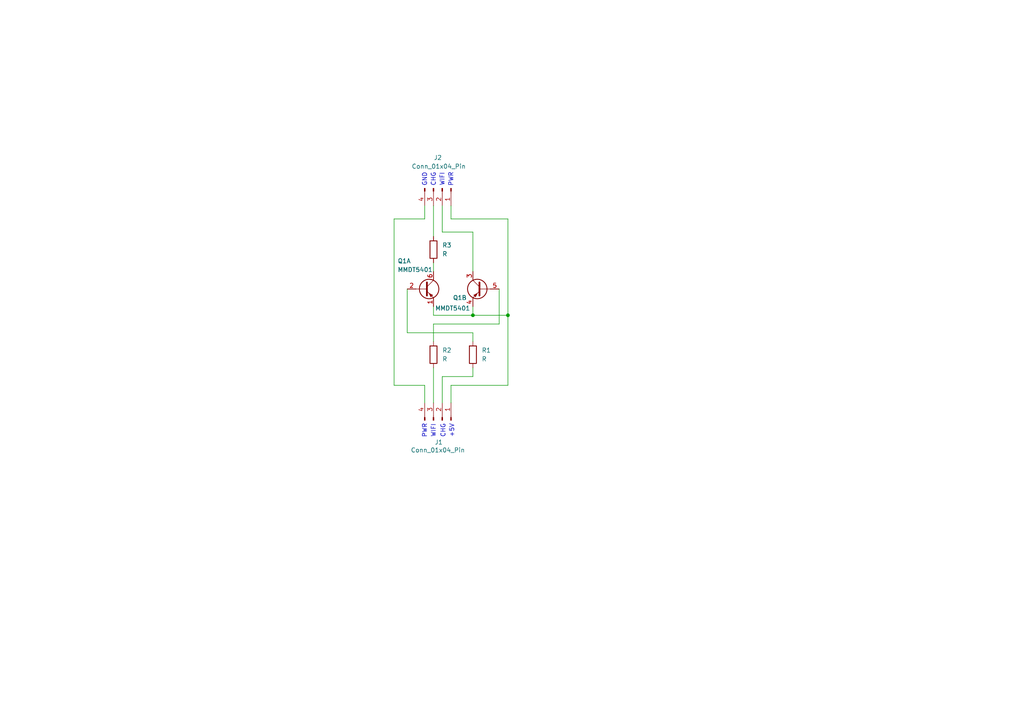
<source format=kicad_sch>
(kicad_sch (version 20231120) (generator "eeschema") (generator_version "8.0")
  (paper "A4")
  (lib_symbols
    (symbol "Connector:Conn_01x04_Pin" (pin_names (offset 1.016) hide)
      (property "Reference" "J" (at 0 5.08 0))
      (property "Value" "Conn_01x04_Pin" (at 0 -7.62 0))
      (symbol "Conn_01x04_Pin_1_1"
        (polyline (pts (xy 1.27 -5.08) (xy 0.8636 -5.08)) (stroke (width 0.1524)))
        (polyline (pts (xy 1.27 -2.54) (xy 0.8636 -2.54)) (stroke (width 0.1524)))
        (polyline (pts (xy 1.27 0) (xy 0.8636 0)) (stroke (width 0.1524)))
        (polyline (pts (xy 1.27 2.54) (xy 0.8636 2.54)) (stroke (width 0.1524)))
        (rectangle (start 0.8636 -4.953) (end 0 -5.207) (stroke (width 0.1524)) (fill (type outline)))
        (rectangle (start 0.8636 -2.413) (end 0 -2.667) (stroke (width 0.1524)) (fill (type outline)))
        (rectangle (start 0.8636 0.127) (end 0 -0.127) (stroke (width 0.1524)) (fill (type outline)))
        (rectangle (start 0.8636 2.667) (end 0 2.413) (stroke (width 0.1524)) (fill (type outline)))
        (pin passive line (at 5.08 2.54 180) (length 3.81) (name "Pin_1") (number "1"))
        (pin passive line (at 5.08 0 180) (length 3.81) (name "Pin_2") (number "2"))
        (pin passive line (at 5.08 -2.54 180) (length 3.81) (name "Pin_3") (number "3"))
        (pin passive line (at 5.08 -5.08 180) (length 3.81) (name "Pin_4") (number "4"))
      )
    )
    (symbol "Device:R" (pin_numbers hide) (pin_names (offset 0))
      (property "Reference" "R" (at 2.032 0 90))
      (property "Value" "R" (at 0 0 90))
      (symbol "R_0_1"
        (rectangle (start -1.016 -2.54) (end 1.016 2.54) (stroke (width 0.254)))
      )
      (symbol "R_1_1"
        (pin passive line (at 0 3.81 270) (length 1.27) (name "~") (number "1"))
        (pin passive line (at 0 -3.81 90) (length 1.27) (name "~") (number "2"))
      )
    )
    (symbol "Transistor_BJT:MMDT5401" (pin_names (offset 0) hide)
      (property "Reference" "Q" (at 5.08 1.27 0))
      (property "Value" "MMDT5401" (at 5.08 -1.27 0))
      (symbol "MMDT5401_0_1"
        (polyline (pts (xy 0.635 0) (xy -2.54 0)))
        (polyline (pts (xy 0.635 0.635) (xy 2.54 2.54)))
        (polyline (pts (xy 0.635 -0.635) (xy 2.54 -2.54) (xy 2.54 -2.54)))
        (polyline (pts (xy 0.635 1.905) (xy 0.635 -1.905) (xy 0.635 -1.905)) (stroke (width 0.508)))
        (polyline (pts (xy 2.286 -1.778) (xy 1.778 -2.286) (xy 1.27 -1.27) (xy 2.286 -1.778) (xy 2.286 -1.778)) (fill (type outline)))
        (circle (center 1.27 0) (radius 2.8194) (stroke (width 0.254)))
      )
      (symbol "MMDT5401_1_1"
        (pin passive line (at 2.54 -5.08 90) (length 2.54) (name "E1") (number "1"))
        (pin input line (at -5.08 0 0) (length 2.54) (name "B1") (number "2"))
        (pin passive line (at 2.54 5.08 270) (length 2.54) (name "C1") (number "6"))
      )
      (symbol "MMDT5401_2_1"
        (pin passive line (at 2.54 5.08 270) (length 2.54) (name "C2") (number "3"))
        (pin passive line (at 2.54 -5.08 90) (length 2.54) (name "E2") (number "4"))
        (pin input line (at -5.08 0 0) (length 2.54) (name "B2") (number "5"))
      )
    )
  )
  (junction (at 147.32 91.44))
  (junction (at 137.16 91.44))
  (wire (pts (xy 130.81 116.84) (xy 130.81 111.76)))
  (wire (pts (xy 125.73 59.69) (xy 125.73 68.58)))
  (wire (pts (xy 147.32 91.44) (xy 147.32 63.5)))
  (wire (pts (xy 144.78 83.82) (xy 144.78 93.98)))
  (wire (pts (xy 128.27 109.22) (xy 137.16 109.22)))
  (wire (pts (xy 125.73 106.68) (xy 125.73 116.84)))
  (wire (pts (xy 118.11 96.52) (xy 137.16 96.52)))
  (wire (pts (xy 125.73 76.2) (xy 125.73 78.74)))
  (wire (pts (xy 125.73 99.06) (xy 125.73 93.98)))
  (wire (pts (xy 123.19 111.76) (xy 114.3 111.76)))
  (wire (pts (xy 125.73 88.9) (xy 125.73 91.44)))
  (wire (pts (xy 125.73 93.98) (xy 144.78 93.98)))
  (wire (pts (xy 147.32 63.5) (xy 130.81 63.5)))
  (wire (pts (xy 123.19 111.76) (xy 123.19 116.84)))
  (wire (pts (xy 137.16 67.31) (xy 137.16 78.74)))
  (wire (pts (xy 137.16 96.52) (xy 137.16 99.06)))
  (wire (pts (xy 137.16 67.31) (xy 128.27 67.31)))
  (wire (pts (xy 137.16 91.44) (xy 147.32 91.44)))
  (wire (pts (xy 130.81 63.5) (xy 130.81 59.69)))
  (wire (pts (xy 114.3 63.5) (xy 114.3 111.76)))
  (wire (pts (xy 128.27 59.69) (xy 128.27 67.31)))
  (wire (pts (xy 128.27 109.22) (xy 128.27 116.84)))
  (wire (pts (xy 114.3 63.5) (xy 123.19 63.5)))
  (wire (pts (xy 137.16 88.9) (xy 137.16 91.44)))
  (wire (pts (xy 137.16 109.22) (xy 137.16 106.68)))
  (wire (pts (xy 147.32 111.76) (xy 147.32 91.44)))
  (wire (pts (xy 118.11 83.82) (xy 118.11 96.52)))
  (wire (pts (xy 137.16 91.44) (xy 125.73 91.44)))
  (wire (pts (xy 130.81 111.76) (xy 147.32 111.76)))
  (wire (pts (xy 123.19 59.69) (xy 123.19 63.5)))
  (text "PWR" (at 123.19 124.968 90) (effects (font (size 1.27 1.27))))
  (text "PWR" (at 130.81 52.07 90) (effects (font (size 1.27 1.27))))
  (text "GND" (at 123.19 52.07 90) (effects (font (size 1.27 1.27))))
  (text "+5V" (at 131.064 124.968 90) (effects (font (size 1.27 1.27))))
  (text "WIFI" (at 128.27 52.07 90) (effects (font (size 1.27 1.27))))
  (text "WIFI" (at 125.73 124.968 90) (effects (font (size 1.27 1.27))))
  (text "CHG" (at 128.524 124.968 90) (effects (font (size 1.27 1.27))))
  (text "CHG" (at 125.73 52.07 90) (effects (font (size 1.27 1.27))))
  (symbol (lib_id "Transistor_BJT:MMDT5401") (at 123.19 83.82 0) (unit 1)
    (property "Reference" "Q1" (at 115.316 75.692 0) (effects (justify left)))
    (property "Value" "MMDT5401" (at 115.316 78.232 0) (effects (justify left)))
    (property "Footprint" "Package_TO_SOT_SMD:SOT-363_SC-70-6" (effects (hide yes)))
    (property "Datasheet" "http://www.diodes.com/_files/datasheets/ds30169.pdf" (effects (hide yes)))
    (property "Description" "200mA IC, 160V Vce, Dual PNP/PNP Transistors, SOT-363" (effects (hide yes)))
    (property "LCSC PN" "C968396" (effects (hide yes)))
  )
  (symbol (lib_id "Device:R") (at 125.73 102.87 0) (unit 1)
    (property "Reference" "R2" (at 128.27 101.5999 0) (effects (justify left)))
    (property "Value" "R" (at 128.27 104.1399 0) (effects (justify left)))
    (property "Footprint" "Resistor_SMD:R_0603_1608Metric" (effects (hide yes)))
    (property "Description" "Resistor - 2.4kOhm" (effects (hide yes)))
    (property "LCSC PN" "C22940  " (effects (hide yes)))
  )
  (symbol (lib_id "Connector:Conn_01x04_Pin") (at 128.27 54.61 270) (unit 1)
    (property "Reference" "J2" (at 127 45.72 90))
    (property "Value" "Conn_01x04_Pin" (at 127.254 48.26 90))
    (property "Footprint" "JuiceAdapter-Library:STWXE FC38-04N0-AHS" (effects (hide yes)))
    (property "Description" "Generic connector, single row, 01x04, script generated" (effects (hide yes)))
    (property "LCSC PN" "C7499262" (effects (hide yes)))
  )
  (symbol (lib_id "Device:R") (at 137.16 102.87 0) (unit 1)
    (property "Reference" "R1" (at 139.7 101.5999 0) (effects (justify left)))
    (property "Value" "R" (at 139.7 104.1399 0) (effects (justify left)))
    (property "Footprint" "Resistor_SMD:R_0603_1608Metric" (effects (hide yes)))
    (property "Description" "Resistor - 2.4kOhm" (effects (hide yes)))
    (property "LCSC PN" "C22940  " (effects (hide yes)))
  )
  (symbol (lib_id "Connector:Conn_01x04_Pin") (at 128.27 121.92 270) (mirror x) (unit 1)
    (property "Reference" "J1" (at 127.254 128.27 90))
    (property "Value" "Conn_01x04_Pin" (at 127 130.556 90))
    (property "Footprint" "JuiceAdapter-Library:STWXE FC38-04N0-AHS" (effects (hide yes)))
    (property "Description" "Generic connector, single row, 01x04, script generated" (effects (hide yes)))
    (property "LCSC PN" "C7499262" (effects (hide yes)))
  )
  (symbol (lib_id "Transistor_BJT:MMDT5401") (at 139.7 83.82 0) (mirror y) (unit 2)
    (property "Reference" "Q1" (at 135.382 86.36 0) (effects (justify left)))
    (property "Value" "MMDT5401" (at 136.398 89.408 0) (effects (justify left)))
    (property "Footprint" "Package_TO_SOT_SMD:SOT-363_SC-70-6" (effects (hide yes)))
    (property "Datasheet" "http://www.diodes.com/_files/datasheets/ds30169.pdf" (effects (hide yes)))
    (property "Description" "200mA IC, 160V Vce, Dual PNP/PNP Transistors, SOT-363" (effects (hide yes)))
    (property "LCSC PN" "C968396" (effects (hide yes)))
  )
  (symbol (lib_id "Device:R") (at 125.73 72.39 0) (unit 1)
    (property "Reference" "R3" (at 128.27 71.1199 0) (effects (justify left)))
    (property "Value" "R" (at 128.27 73.6599 0) (effects (justify left)))
    (property "Footprint" "Resistor_SMD:R_0603_1608Metric" (effects (hide yes)))
    (property "Description" "Resistor - 75Ohm" (effects (hide yes)))
    (property "LCSC PN" "C4275" (effects (hide yes)))
  )
)
</source>
